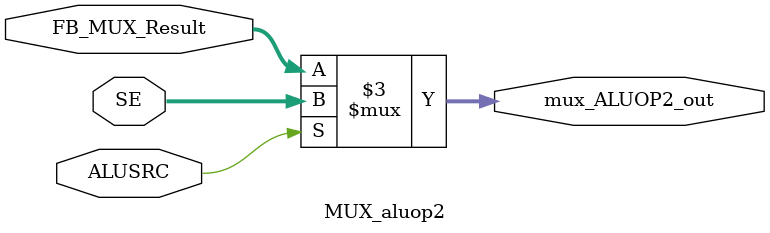
<source format=v>
module MUX_aluop2(
  input [15:0] SE, FB_MUX_Result,
  input ALUSRC,
  output reg [15:0] mux_ALUOP2_out
  );

  always@(*)
    if (ALUSRC)
      mux_ALUOP2_out = SE;
    else
      mux_ALUOP2_out = FB_MUX_Result;
endmodule

</source>
